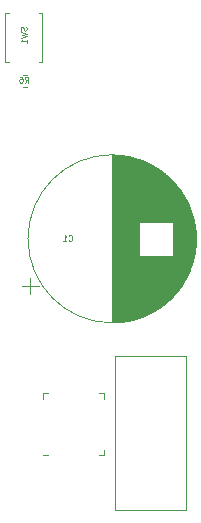
<source format=gbo>
G04 #@! TF.GenerationSoftware,KiCad,Pcbnew,(5.99.0-168-g9990dcc1b)*
G04 #@! TF.CreationDate,2019-12-17T14:25:06+03:00*
G04 #@! TF.ProjectId,SmartPartsIONBoard,536d6172-7450-4617-9274-73494f4e426f,rev?*
G04 #@! TF.SameCoordinates,Original*
G04 #@! TF.FileFunction,Legend,Bot*
G04 #@! TF.FilePolarity,Positive*
%FSLAX46Y46*%
G04 Gerber Fmt 4.6, Leading zero omitted, Abs format (unit mm)*
G04 Created by KiCad (PCBNEW (5.99.0-168-g9990dcc1b)) date 2019-12-17 14:25:06*
%MOMM*%
%LPD*%
G04 APERTURE LIST*
%ADD10C,0.120000*%
%ADD11C,0.100000*%
G04 APERTURE END LIST*
D10*
X68425000Y-68820000D02*
X68900000Y-68820000D01*
X68900000Y-68820000D02*
X68900000Y-68345000D01*
X64155000Y-63600000D02*
X63680000Y-63600000D01*
X63680000Y-63600000D02*
X63680000Y-64075000D01*
X68425000Y-63600000D02*
X68900000Y-63600000D01*
X68900000Y-63600000D02*
X68900000Y-64075000D01*
X64155000Y-68820000D02*
X63680000Y-68820000D01*
D11*
X62630457Y-55195000D02*
X62630457Y-53795000D01*
X61930457Y-54495000D02*
X63330457Y-54495000D01*
X76631000Y-51214000D02*
X76631000Y-49786000D01*
X76591000Y-51525000D02*
X76591000Y-49475000D01*
X76551000Y-51762000D02*
X76551000Y-49238000D01*
X76511000Y-51961000D02*
X76511000Y-49039000D01*
X76471000Y-52136000D02*
X76471000Y-48864000D01*
X76431000Y-52294000D02*
X76431000Y-48706000D01*
X76391000Y-52438000D02*
X76391000Y-48562000D01*
X76351000Y-52571000D02*
X76351000Y-48429000D01*
X76311000Y-52696000D02*
X76311000Y-48304000D01*
X76271000Y-52813000D02*
X76271000Y-48187000D01*
X76231000Y-52925000D02*
X76231000Y-48075000D01*
X76191000Y-53030000D02*
X76191000Y-47970000D01*
X76151000Y-53132000D02*
X76151000Y-47868000D01*
X76111000Y-53228000D02*
X76111000Y-47772000D01*
X76071000Y-53321000D02*
X76071000Y-47679000D01*
X76031000Y-53411000D02*
X76031000Y-47589000D01*
X75991000Y-53497000D02*
X75991000Y-47503000D01*
X75951000Y-53580000D02*
X75951000Y-47420000D01*
X75911000Y-53661000D02*
X75911000Y-47339000D01*
X75871000Y-53740000D02*
X75871000Y-47260000D01*
X75831000Y-53815000D02*
X75831000Y-47185000D01*
X75791000Y-53889000D02*
X75791000Y-47111000D01*
X75751000Y-53961000D02*
X75751000Y-47039000D01*
X75711000Y-54031000D02*
X75711000Y-46969000D01*
X75671000Y-54099000D02*
X75671000Y-46901000D01*
X75631000Y-54166000D02*
X75631000Y-46834000D01*
X75591000Y-54230000D02*
X75591000Y-46770000D01*
X75551000Y-54294000D02*
X75551000Y-46706000D01*
X75511000Y-54356000D02*
X75511000Y-46644000D01*
X75471000Y-54416000D02*
X75471000Y-46584000D01*
X75431000Y-54475000D02*
X75431000Y-46525000D01*
X75391000Y-54533000D02*
X75391000Y-46467000D01*
X75351000Y-54590000D02*
X75351000Y-46410000D01*
X75311000Y-54646000D02*
X75311000Y-46354000D01*
X75271000Y-54700000D02*
X75271000Y-46300000D01*
X75231000Y-54754000D02*
X75231000Y-46246000D01*
X75191000Y-54806000D02*
X75191000Y-46194000D01*
X75151000Y-54858000D02*
X75151000Y-46142000D01*
X75111000Y-54908000D02*
X75111000Y-46092000D01*
X75071000Y-54958000D02*
X75071000Y-46042000D01*
X75031000Y-55006000D02*
X75031000Y-45994000D01*
X74991000Y-55054000D02*
X74991000Y-45946000D01*
X74951000Y-55101000D02*
X74951000Y-45899000D01*
X74911000Y-55147000D02*
X74911000Y-45853000D01*
X74871000Y-55193000D02*
X74871000Y-45807000D01*
X74831000Y-55237000D02*
X74831000Y-45763000D01*
X74791000Y-55281000D02*
X74791000Y-45719000D01*
X74751000Y-55324000D02*
X74751000Y-45676000D01*
X74711000Y-49060000D02*
X74711000Y-45634000D01*
X74711000Y-55366000D02*
X74711000Y-51940000D01*
X74671000Y-49060000D02*
X74671000Y-45592000D01*
X74671000Y-55408000D02*
X74671000Y-51940000D01*
X74631000Y-49060000D02*
X74631000Y-45551000D01*
X74631000Y-55449000D02*
X74631000Y-51940000D01*
X74591000Y-49060000D02*
X74591000Y-45510000D01*
X74591000Y-55490000D02*
X74591000Y-51940000D01*
X74551000Y-49060000D02*
X74551000Y-45471000D01*
X74551000Y-55529000D02*
X74551000Y-51940000D01*
X74511000Y-49060000D02*
X74511000Y-45431000D01*
X74511000Y-55569000D02*
X74511000Y-51940000D01*
X74471000Y-49060000D02*
X74471000Y-45393000D01*
X74471000Y-55607000D02*
X74471000Y-51940000D01*
X74431000Y-49060000D02*
X74431000Y-45355000D01*
X74431000Y-55645000D02*
X74431000Y-51940000D01*
X74391000Y-49060000D02*
X74391000Y-45318000D01*
X74391000Y-55682000D02*
X74391000Y-51940000D01*
X74351000Y-49060000D02*
X74351000Y-45281000D01*
X74351000Y-55719000D02*
X74351000Y-51940000D01*
X74311000Y-49060000D02*
X74311000Y-45245000D01*
X74311000Y-55755000D02*
X74311000Y-51940000D01*
X74271000Y-49060000D02*
X74271000Y-45209000D01*
X74271000Y-55791000D02*
X74271000Y-51940000D01*
X74231000Y-49060000D02*
X74231000Y-45174000D01*
X74231000Y-55826000D02*
X74231000Y-51940000D01*
X74191000Y-49060000D02*
X74191000Y-45139000D01*
X74191000Y-55861000D02*
X74191000Y-51940000D01*
X74151000Y-49060000D02*
X74151000Y-45105000D01*
X74151000Y-55895000D02*
X74151000Y-51940000D01*
X74111000Y-49060000D02*
X74111000Y-45071000D01*
X74111000Y-55929000D02*
X74111000Y-51940000D01*
X74071000Y-49060000D02*
X74071000Y-45038000D01*
X74071000Y-55962000D02*
X74071000Y-51940000D01*
X74031000Y-49060000D02*
X74031000Y-45006000D01*
X74031000Y-55994000D02*
X74031000Y-51940000D01*
X73991000Y-49060000D02*
X73991000Y-44973000D01*
X73991000Y-56027000D02*
X73991000Y-51940000D01*
X73951000Y-49060000D02*
X73951000Y-44942000D01*
X73951000Y-56058000D02*
X73951000Y-51940000D01*
X73911000Y-49060000D02*
X73911000Y-44911000D01*
X73911000Y-56089000D02*
X73911000Y-51940000D01*
X73871000Y-49060000D02*
X73871000Y-44880000D01*
X73871000Y-56120000D02*
X73871000Y-51940000D01*
X73831000Y-49060000D02*
X73831000Y-44850000D01*
X73831000Y-56150000D02*
X73831000Y-51940000D01*
X73791000Y-49060000D02*
X73791000Y-44820000D01*
X73791000Y-56180000D02*
X73791000Y-51940000D01*
X73751000Y-49060000D02*
X73751000Y-44790000D01*
X73751000Y-56210000D02*
X73751000Y-51940000D01*
X73711000Y-49060000D02*
X73711000Y-44761000D01*
X73711000Y-56239000D02*
X73711000Y-51940000D01*
X73671000Y-49060000D02*
X73671000Y-44733000D01*
X73671000Y-56267000D02*
X73671000Y-51940000D01*
X73631000Y-49060000D02*
X73631000Y-44704000D01*
X73631000Y-56296000D02*
X73631000Y-51940000D01*
X73591000Y-49060000D02*
X73591000Y-44677000D01*
X73591000Y-56323000D02*
X73591000Y-51940000D01*
X73551000Y-49060000D02*
X73551000Y-44649000D01*
X73551000Y-56351000D02*
X73551000Y-51940000D01*
X73511000Y-49060000D02*
X73511000Y-44622000D01*
X73511000Y-56378000D02*
X73511000Y-51940000D01*
X73471000Y-49060000D02*
X73471000Y-44596000D01*
X73471000Y-56404000D02*
X73471000Y-51940000D01*
X73431000Y-49060000D02*
X73431000Y-44570000D01*
X73431000Y-56430000D02*
X73431000Y-51940000D01*
X73391000Y-49060000D02*
X73391000Y-44544000D01*
X73391000Y-56456000D02*
X73391000Y-51940000D01*
X73351000Y-49060000D02*
X73351000Y-44518000D01*
X73351000Y-56482000D02*
X73351000Y-51940000D01*
X73311000Y-49060000D02*
X73311000Y-44493000D01*
X73311000Y-56507000D02*
X73311000Y-51940000D01*
X73271000Y-49060000D02*
X73271000Y-44469000D01*
X73271000Y-56531000D02*
X73271000Y-51940000D01*
X73231000Y-49060000D02*
X73231000Y-44444000D01*
X73231000Y-56556000D02*
X73231000Y-51940000D01*
X73191000Y-49060000D02*
X73191000Y-44420000D01*
X73191000Y-56580000D02*
X73191000Y-51940000D01*
X73151000Y-49060000D02*
X73151000Y-44397000D01*
X73151000Y-56603000D02*
X73151000Y-51940000D01*
X73111000Y-49060000D02*
X73111000Y-44373000D01*
X73111000Y-56627000D02*
X73111000Y-51940000D01*
X73071000Y-49060000D02*
X73071000Y-44350000D01*
X73071000Y-56650000D02*
X73071000Y-51940000D01*
X73031000Y-49060000D02*
X73031000Y-44328000D01*
X73031000Y-56672000D02*
X73031000Y-51940000D01*
X72991000Y-49060000D02*
X72991000Y-44306000D01*
X72991000Y-56694000D02*
X72991000Y-51940000D01*
X72951000Y-49060000D02*
X72951000Y-44284000D01*
X72951000Y-56716000D02*
X72951000Y-51940000D01*
X72911000Y-49060000D02*
X72911000Y-44262000D01*
X72911000Y-56738000D02*
X72911000Y-51940000D01*
X72871000Y-49060000D02*
X72871000Y-44241000D01*
X72871000Y-56759000D02*
X72871000Y-51940000D01*
X72831000Y-49060000D02*
X72831000Y-44220000D01*
X72831000Y-56780000D02*
X72831000Y-51940000D01*
X72791000Y-49060000D02*
X72791000Y-44199000D01*
X72791000Y-56801000D02*
X72791000Y-51940000D01*
X72751000Y-49060000D02*
X72751000Y-44179000D01*
X72751000Y-56821000D02*
X72751000Y-51940000D01*
X72711000Y-49060000D02*
X72711000Y-44159000D01*
X72711000Y-56841000D02*
X72711000Y-51940000D01*
X72671000Y-49060000D02*
X72671000Y-44140000D01*
X72671000Y-56860000D02*
X72671000Y-51940000D01*
X72631000Y-49060000D02*
X72631000Y-44120000D01*
X72631000Y-56880000D02*
X72631000Y-51940000D01*
X72591000Y-49060000D02*
X72591000Y-44101000D01*
X72591000Y-56899000D02*
X72591000Y-51940000D01*
X72551000Y-49060000D02*
X72551000Y-44082000D01*
X72551000Y-56918000D02*
X72551000Y-51940000D01*
X72511000Y-49060000D02*
X72511000Y-44064000D01*
X72511000Y-56936000D02*
X72511000Y-51940000D01*
X72471000Y-49060000D02*
X72471000Y-44046000D01*
X72471000Y-56954000D02*
X72471000Y-51940000D01*
X72431000Y-49060000D02*
X72431000Y-44028000D01*
X72431000Y-56972000D02*
X72431000Y-51940000D01*
X72391000Y-49060000D02*
X72391000Y-44010000D01*
X72391000Y-56990000D02*
X72391000Y-51940000D01*
X72351000Y-49060000D02*
X72351000Y-43993000D01*
X72351000Y-57007000D02*
X72351000Y-51940000D01*
X72311000Y-49060000D02*
X72311000Y-43976000D01*
X72311000Y-57024000D02*
X72311000Y-51940000D01*
X72271000Y-49060000D02*
X72271000Y-43960000D01*
X72271000Y-57040000D02*
X72271000Y-51940000D01*
X72231000Y-49060000D02*
X72231000Y-43943000D01*
X72231000Y-57057000D02*
X72231000Y-51940000D01*
X72191000Y-49060000D02*
X72191000Y-43927000D01*
X72191000Y-57073000D02*
X72191000Y-51940000D01*
X72151000Y-49060000D02*
X72151000Y-43911000D01*
X72151000Y-57089000D02*
X72151000Y-51940000D01*
X72111000Y-49060000D02*
X72111000Y-43896000D01*
X72111000Y-57104000D02*
X72111000Y-51940000D01*
X72071000Y-49060000D02*
X72071000Y-43880000D01*
X72071000Y-57120000D02*
X72071000Y-51940000D01*
X72031000Y-49060000D02*
X72031000Y-43865000D01*
X72031000Y-57135000D02*
X72031000Y-51940000D01*
X71991000Y-49060000D02*
X71991000Y-43851000D01*
X71991000Y-57149000D02*
X71991000Y-51940000D01*
X71951000Y-49060000D02*
X71951000Y-43836000D01*
X71951000Y-57164000D02*
X71951000Y-51940000D01*
X71911000Y-49060000D02*
X71911000Y-43822000D01*
X71911000Y-57178000D02*
X71911000Y-51940000D01*
X71871000Y-49060000D02*
X71871000Y-43808000D01*
X71871000Y-57192000D02*
X71871000Y-51940000D01*
X71831000Y-57206000D02*
X71831000Y-43794000D01*
X71791000Y-57219000D02*
X71791000Y-43781000D01*
X71751000Y-57232000D02*
X71751000Y-43768000D01*
X71711000Y-57245000D02*
X71711000Y-43755000D01*
X71671000Y-57258000D02*
X71671000Y-43742000D01*
X71631000Y-57270000D02*
X71631000Y-43730000D01*
X71591000Y-57282000D02*
X71591000Y-43718000D01*
X71551000Y-57294000D02*
X71551000Y-43706000D01*
X71511000Y-57305000D02*
X71511000Y-43695000D01*
X71471000Y-57317000D02*
X71471000Y-43683000D01*
X71431000Y-57328000D02*
X71431000Y-43672000D01*
X71391000Y-57339000D02*
X71391000Y-43661000D01*
X71351000Y-57349000D02*
X71351000Y-43651000D01*
X71311000Y-57360000D02*
X71311000Y-43640000D01*
X71271000Y-57370000D02*
X71271000Y-43630000D01*
X71231000Y-57379000D02*
X71231000Y-43621000D01*
X71191000Y-57389000D02*
X71191000Y-43611000D01*
X71151000Y-57398000D02*
X71151000Y-43602000D01*
X71111000Y-57407000D02*
X71111000Y-43593000D01*
X71071000Y-57416000D02*
X71071000Y-43584000D01*
X71031000Y-57425000D02*
X71031000Y-43575000D01*
X70991000Y-57433000D02*
X70991000Y-43567000D01*
X70951000Y-57442000D02*
X70951000Y-43558000D01*
X70911000Y-57449000D02*
X70911000Y-43551000D01*
X70871000Y-57457000D02*
X70871000Y-43543000D01*
X70831000Y-57464000D02*
X70831000Y-43536000D01*
X70791000Y-57472000D02*
X70791000Y-43528000D01*
X70751000Y-57479000D02*
X70751000Y-43521000D01*
X70711000Y-57485000D02*
X70711000Y-43515000D01*
X70671000Y-57492000D02*
X70671000Y-43508000D01*
X70631000Y-57498000D02*
X70631000Y-43502000D01*
X70591000Y-57504000D02*
X70591000Y-43496000D01*
X70551000Y-57510000D02*
X70551000Y-43490000D01*
X70511000Y-57515000D02*
X70511000Y-43485000D01*
X70471000Y-57521000D02*
X70471000Y-43479000D01*
X70431000Y-57526000D02*
X70431000Y-43474000D01*
X70391000Y-57531000D02*
X70391000Y-43469000D01*
X70351000Y-57535000D02*
X70351000Y-43465000D01*
X70311000Y-57540000D02*
X70311000Y-43460000D01*
X70271000Y-57544000D02*
X70271000Y-43456000D01*
X70230000Y-57548000D02*
X70230000Y-43452000D01*
X70190000Y-57552000D02*
X70190000Y-43448000D01*
X70150000Y-57555000D02*
X70150000Y-43445000D01*
X70110000Y-57558000D02*
X70110000Y-43442000D01*
X70070000Y-57561000D02*
X70070000Y-43439000D01*
X70030000Y-57564000D02*
X70030000Y-43436000D01*
X69990000Y-57567000D02*
X69990000Y-43433000D01*
X69950000Y-57569000D02*
X69950000Y-43431000D01*
X69910000Y-57571000D02*
X69910000Y-43429000D01*
X69870000Y-57573000D02*
X69870000Y-43427000D01*
X69830000Y-57575000D02*
X69830000Y-43425000D01*
X69790000Y-57576000D02*
X69790000Y-43424000D01*
X69750000Y-57578000D02*
X69750000Y-43422000D01*
X69710000Y-57579000D02*
X69710000Y-43421000D01*
X69670000Y-57579000D02*
X69670000Y-43421000D01*
X69630000Y-57580000D02*
X69630000Y-43420000D01*
X69590000Y-57580000D02*
X69590000Y-43420000D01*
X69550000Y-57580000D02*
X69550000Y-43420000D01*
X76670000Y-50500000D02*
G75*
G03X76670000Y-50500000I-7120000J0D01*
G01*
X63660000Y-31380000D02*
X63360000Y-31380000D01*
X60520000Y-35520000D02*
X60820000Y-35520000D01*
X63360000Y-35520000D02*
X63660000Y-35520000D01*
X60520000Y-31380000D02*
X60520000Y-35520000D01*
X60820000Y-31380000D02*
X60520000Y-31380000D01*
X63660000Y-35520000D02*
X63660000Y-31380000D01*
X69790000Y-73460000D02*
X75790000Y-73460000D01*
X75790000Y-73460000D02*
X75790000Y-60460000D01*
X75790000Y-60460000D02*
X69790000Y-60460000D01*
X69790000Y-60460000D02*
X69790000Y-73460000D01*
X62332779Y-36600000D02*
X62007221Y-36600000D01*
X62332779Y-37620000D02*
X62007221Y-37620000D01*
X65873333Y-50628571D02*
X65897142Y-50652380D01*
X65968571Y-50676190D01*
X66016190Y-50676190D01*
X66087619Y-50652380D01*
X66135238Y-50604761D01*
X66159047Y-50557142D01*
X66182857Y-50461904D01*
X66182857Y-50390476D01*
X66159047Y-50295238D01*
X66135238Y-50247619D01*
X66087619Y-50200000D01*
X66016190Y-50176190D01*
X65968571Y-50176190D01*
X65897142Y-50200000D01*
X65873333Y-50223809D01*
X65397142Y-50676190D02*
X65682857Y-50676190D01*
X65540000Y-50676190D02*
X65540000Y-50176190D01*
X65587619Y-50247619D01*
X65635238Y-50295238D01*
X65682857Y-50319047D01*
X62292380Y-32583333D02*
X62316190Y-32654761D01*
X62316190Y-32773809D01*
X62292380Y-32821428D01*
X62268571Y-32845238D01*
X62220952Y-32869047D01*
X62173333Y-32869047D01*
X62125714Y-32845238D01*
X62101904Y-32821428D01*
X62078095Y-32773809D01*
X62054285Y-32678571D01*
X62030476Y-32630952D01*
X62006666Y-32607142D01*
X61959047Y-32583333D01*
X61911428Y-32583333D01*
X61863809Y-32607142D01*
X61840000Y-32630952D01*
X61816190Y-32678571D01*
X61816190Y-32797619D01*
X61840000Y-32869047D01*
X61816190Y-33035714D02*
X62316190Y-33154761D01*
X61959047Y-33250000D01*
X62316190Y-33345238D01*
X61816190Y-33464285D01*
X62316190Y-33916666D02*
X62316190Y-33630952D01*
X62316190Y-33773809D02*
X61816190Y-33773809D01*
X61887619Y-33726190D01*
X61935238Y-33678571D01*
X61959047Y-33630952D01*
X62173333Y-37276190D02*
X62340000Y-37038095D01*
X62459047Y-37276190D02*
X62459047Y-36776190D01*
X62268571Y-36776190D01*
X62220952Y-36800000D01*
X62197142Y-36823809D01*
X62173333Y-36871428D01*
X62173333Y-36942857D01*
X62197142Y-36990476D01*
X62220952Y-37014285D01*
X62268571Y-37038095D01*
X62459047Y-37038095D01*
X61744761Y-36776190D02*
X61840000Y-36776190D01*
X61887619Y-36800000D01*
X61911428Y-36823809D01*
X61959047Y-36895238D01*
X61982857Y-36990476D01*
X61982857Y-37180952D01*
X61959047Y-37228571D01*
X61935238Y-37252380D01*
X61887619Y-37276190D01*
X61792380Y-37276190D01*
X61744761Y-37252380D01*
X61720952Y-37228571D01*
X61697142Y-37180952D01*
X61697142Y-37061904D01*
X61720952Y-37014285D01*
X61744761Y-36990476D01*
X61792380Y-36966666D01*
X61887619Y-36966666D01*
X61935238Y-36990476D01*
X61959047Y-37014285D01*
X61982857Y-37061904D01*
M02*

</source>
